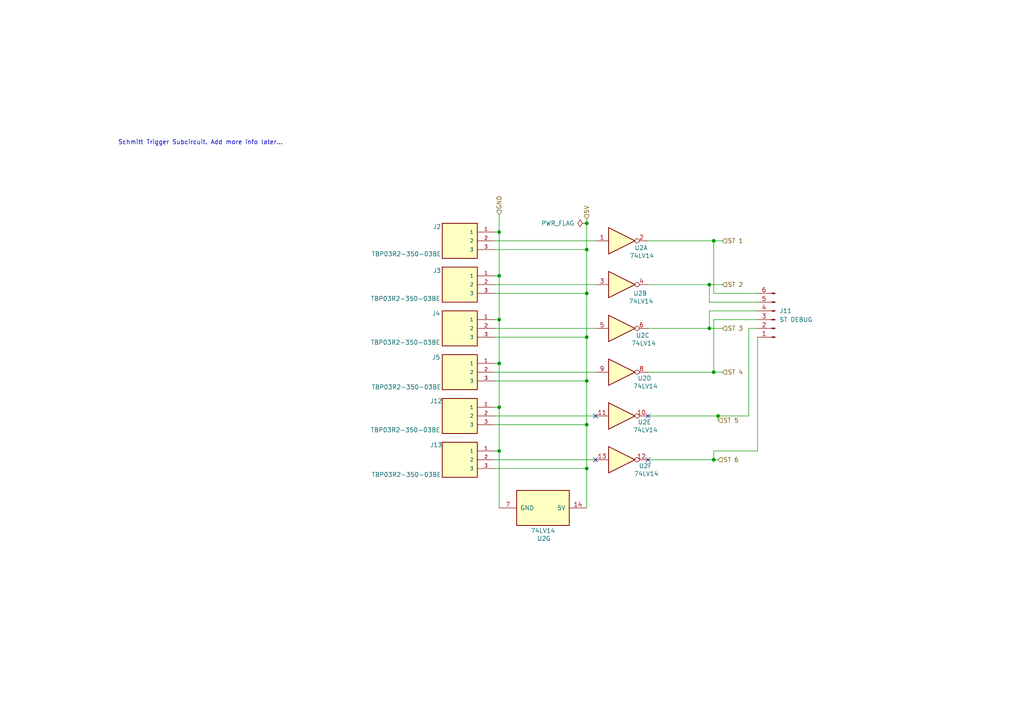
<source format=kicad_sch>
(kicad_sch (version 20231120) (generator "eeschema") (generator_version "8.0")
  (paper "A4")
  (lib_symbols
    (symbol "74LV14_1" (pin_names (offset 1.016))
      (property "Reference" "U2" (at 8.89 0.254 90))
      (property "Value" "74LV14" (at 6.604 0 90))
      (symbol "74LV14_1_1_0"
        (polyline (pts (xy -3.81 3.81) (xy -3.81 -3.81) (xy 3.81 0) (xy -3.81 3.81)) (stroke (width 0.254)) (fill (type background)))
        (pin input line (at -7.62 0 0) (length 3.81) (name "~") (number "1"))
        (pin output inverted (at 7.62 0 180) (length 3.81) (name "~") (number "2"))
      )
      (symbol "74LV14_1_2_0"
        (polyline (pts (xy -3.81 3.81) (xy -3.81 -3.81) (xy 3.81 0) (xy -3.81 3.81)) (stroke (width 0.254)) (fill (type background)))
        (pin input line (at -7.62 0 0) (length 3.81) (name "~") (number "3"))
        (pin output inverted (at 7.62 0 180) (length 3.81) (name "~") (number "4"))
      )
      (symbol "74LV14_1_3_0"
        (polyline (pts (xy -3.81 3.81) (xy -3.81 -3.81) (xy 3.81 0) (xy -3.81 3.81)) (stroke (width 0.254)) (fill (type background)))
        (pin input line (at -7.62 0 0) (length 3.81) (name "~") (number "5"))
        (pin output inverted (at 7.62 0 180) (length 3.81) (name "~") (number "6"))
      )
      (symbol "74LV14_1_4_0"
        (polyline (pts (xy -3.81 3.81) (xy -3.81 -3.81) (xy 3.81 0) (xy -3.81 3.81)) (stroke (width 0.254)) (fill (type background)))
        (pin output inverted (at 7.62 0 180) (length 3.81) (name "~") (number "8"))
        (pin input line (at -7.62 0 0) (length 3.81) (name "~") (number "9"))
      )
      (symbol "74LV14_1_5_0"
        (polyline (pts (xy -3.81 3.81) (xy -3.81 -3.81) (xy 3.81 0) (xy -3.81 3.81)) (stroke (width 0.254)) (fill (type background)))
        (pin output inverted (at 7.62 0 180) (length 3.81) (name "~") (number "10"))
        (pin input line (at -7.62 0 0) (length 3.81) (name "~") (number "11"))
      )
      (symbol "74LV14_1_6_0"
        (polyline (pts (xy -3.81 3.81) (xy -3.81 -3.81) (xy 3.81 0) (xy -3.81 3.81)) (stroke (width 0.254)) (fill (type background)))
        (pin output inverted (at 7.62 0 180) (length 3.81) (name "~") (number "12"))
        (pin input line (at -7.62 0 0) (length 3.81) (name "~") (number "13"))
      )
      (symbol "74LV14_1_7_0"
        (pin power_in line (at 0 12.7 270) (length 5.08) (name "5V") (number "14"))
        (pin power_in line (at 0 -12.7 90) (length 5.08) (name "GND") (number "7"))
      )
      (symbol "74LV14_1_7_1"
        (rectangle (start -5.08 7.62) (end 5.08 -7.62) (stroke (width 0.254)) (fill (type background)))
      )
    )
    (symbol "74LV14_2" (pin_names (offset 1.016))
      (property "Reference" "U2" (at 8.89 0.254 90))
      (property "Value" "74LV14" (at 6.604 0 90))
      (symbol "74LV14_2_1_0"
        (polyline (pts (xy -3.81 3.81) (xy -3.81 -3.81) (xy 3.81 0) (xy -3.81 3.81)) (stroke (width 0.254)) (fill (type background)))
        (pin input line (at -7.62 0 0) (length 3.81) (name "~") (number "1"))
        (pin output inverted (at 7.62 0 180) (length 3.81) (name "~") (number "2"))
      )
      (symbol "74LV14_2_2_0"
        (polyline (pts (xy -3.81 3.81) (xy -3.81 -3.81) (xy 3.81 0) (xy -3.81 3.81)) (stroke (width 0.254)) (fill (type background)))
        (pin input line (at -7.62 0 0) (length 3.81) (name "~") (number "3"))
        (pin output inverted (at 7.62 0 180) (length 3.81) (name "~") (number "4"))
      )
      (symbol "74LV14_2_3_0"
        (polyline (pts (xy -3.81 3.81) (xy -3.81 -3.81) (xy 3.81 0) (xy -3.81 3.81)) (stroke (width 0.254)) (fill (type background)))
        (pin input line (at -7.62 0 0) (length 3.81) (name "~") (number "5"))
        (pin output inverted (at 7.62 0 180) (length 3.81) (name "~") (number "6"))
      )
      (symbol "74LV14_2_4_0"
        (polyline (pts (xy -3.81 3.81) (xy -3.81 -3.81) (xy 3.81 0) (xy -3.81 3.81)) (stroke (width 0.254)) (fill (type background)))
        (pin output inverted (at 7.62 0 180) (length 3.81) (name "~") (number "8"))
        (pin input line (at -7.62 0 0) (length 3.81) (name "~") (number "9"))
      )
      (symbol "74LV14_2_5_0"
        (polyline (pts (xy -3.81 3.81) (xy -3.81 -3.81) (xy 3.81 0) (xy -3.81 3.81)) (stroke (width 0.254)) (fill (type background)))
        (pin output inverted (at 7.62 0 180) (length 3.81) (name "~") (number "10"))
        (pin input line (at -7.62 0 0) (length 3.81) (name "~") (number "11"))
      )
      (symbol "74LV14_2_6_0"
        (polyline (pts (xy -3.81 3.81) (xy -3.81 -3.81) (xy 3.81 0) (xy -3.81 3.81)) (stroke (width 0.254)) (fill (type background)))
        (pin output inverted (at 7.62 0 180) (length 3.81) (name "~") (number "12"))
        (pin input line (at -7.62 0 0) (length 3.81) (name "~") (number "13"))
      )
      (symbol "74LV14_2_7_0"
        (pin power_in line (at 0 12.7 270) (length 5.08) (name "5V") (number "14"))
        (pin power_in line (at 0 -12.7 90) (length 5.08) (name "GND") (number "7"))
      )
      (symbol "74LV14_2_7_1"
        (rectangle (start -5.08 7.62) (end 5.08 -7.62) (stroke (width 0.254)) (fill (type background)))
      )
    )
    (symbol "74LV14_3" (pin_names (offset 1.016))
      (property "Reference" "U2" (at 8.89 0.254 90))
      (property "Value" "74LV14" (at 6.604 0 90))
      (symbol "74LV14_3_1_0"
        (polyline (pts (xy -3.81 3.81) (xy -3.81 -3.81) (xy 3.81 0) (xy -3.81 3.81)) (stroke (width 0.254)) (fill (type background)))
        (pin input line (at -7.62 0 0) (length 3.81) (name "~") (number "1"))
        (pin output inverted (at 7.62 0 180) (length 3.81) (name "~") (number "2"))
      )
      (symbol "74LV14_3_2_0"
        (polyline (pts (xy -3.81 3.81) (xy -3.81 -3.81) (xy 3.81 0) (xy -3.81 3.81)) (stroke (width 0.254)) (fill (type background)))
        (pin input line (at -7.62 0 0) (length 3.81) (name "~") (number "3"))
        (pin output inverted (at 7.62 0 180) (length 3.81) (name "~") (number "4"))
      )
      (symbol "74LV14_3_3_0"
        (polyline (pts (xy -3.81 3.81) (xy -3.81 -3.81) (xy 3.81 0) (xy -3.81 3.81)) (stroke (width 0.254)) (fill (type background)))
        (pin input line (at -7.62 0 0) (length 3.81) (name "~") (number "5"))
        (pin output inverted (at 7.62 0 180) (length 3.81) (name "~") (number "6"))
      )
      (symbol "74LV14_3_4_0"
        (polyline (pts (xy -3.81 3.81) (xy -3.81 -3.81) (xy 3.81 0) (xy -3.81 3.81)) (stroke (width 0.254)) (fill (type background)))
        (pin output inverted (at 7.62 0 180) (length 3.81) (name "~") (number "8"))
        (pin input line (at -7.62 0 0) (length 3.81) (name "~") (number "9"))
      )
      (symbol "74LV14_3_5_0"
        (polyline (pts (xy -3.81 3.81) (xy -3.81 -3.81) (xy 3.81 0) (xy -3.81 3.81)) (stroke (width 0.254)) (fill (type background)))
        (pin output inverted (at 7.62 0 180) (length 3.81) (name "~") (number "10"))
        (pin input line (at -7.62 0 0) (length 3.81) (name "~") (number "11"))
      )
      (symbol "74LV14_3_6_0"
        (polyline (pts (xy -3.81 3.81) (xy -3.81 -3.81) (xy 3.81 0) (xy -3.81 3.81)) (stroke (width 0.254)) (fill (type background)))
        (pin output inverted (at 7.62 0 180) (length 3.81) (name "~") (number "12"))
        (pin input line (at -7.62 0 0) (length 3.81) (name "~") (number "13"))
      )
      (symbol "74LV14_3_7_0"
        (pin power_in line (at 0 12.7 270) (length 5.08) (name "5V") (number "14"))
        (pin power_in line (at 0 -12.7 90) (length 5.08) (name "GND") (number "7"))
      )
      (symbol "74LV14_3_7_1"
        (rectangle (start -5.08 7.62) (end 5.08 -7.62) (stroke (width 0.254)) (fill (type background)))
      )
    )
    (symbol "74LV14_4" (pin_names (offset 1.016))
      (property "Reference" "U2" (at 8.89 0.254 90))
      (property "Value" "74LV14" (at 6.604 0 90))
      (symbol "74LV14_4_1_0"
        (polyline (pts (xy -3.81 3.81) (xy -3.81 -3.81) (xy 3.81 0) (xy -3.81 3.81)) (stroke (width 0.254)) (fill (type background)))
        (pin input line (at -7.62 0 0) (length 3.81) (name "~") (number "1"))
        (pin output inverted (at 7.62 0 180) (length 3.81) (name "~") (number "2"))
      )
      (symbol "74LV14_4_2_0"
        (polyline (pts (xy -3.81 3.81) (xy -3.81 -3.81) (xy 3.81 0) (xy -3.81 3.81)) (stroke (width 0.254)) (fill (type background)))
        (pin input line (at -7.62 0 0) (length 3.81) (name "~") (number "3"))
        (pin output inverted (at 7.62 0 180) (length 3.81) (name "~") (number "4"))
      )
      (symbol "74LV14_4_3_0"
        (polyline (pts (xy -3.81 3.81) (xy -3.81 -3.81) (xy 3.81 0) (xy -3.81 3.81)) (stroke (width 0.254)) (fill (type background)))
        (pin input line (at -7.62 0 0) (length 3.81) (name "~") (number "5"))
        (pin output inverted (at 7.62 0 180) (length 3.81) (name "~") (number "6"))
      )
      (symbol "74LV14_4_4_0"
        (polyline (pts (xy -3.81 3.81) (xy -3.81 -3.81) (xy 3.81 0) (xy -3.81 3.81)) (stroke (width 0.254)) (fill (type background)))
        (pin output inverted (at 7.62 0 180) (length 3.81) (name "~") (number "8"))
        (pin input line (at -7.62 0 0) (length 3.81) (name "~") (number "9"))
      )
      (symbol "74LV14_4_5_0"
        (polyline (pts (xy -3.81 3.81) (xy -3.81 -3.81) (xy 3.81 0) (xy -3.81 3.81)) (stroke (width 0.254)) (fill (type background)))
        (pin output inverted (at 7.62 0 180) (length 3.81) (name "~") (number "10"))
        (pin input line (at -7.62 0 0) (length 3.81) (name "~") (number "11"))
      )
      (symbol "74LV14_4_6_0"
        (polyline (pts (xy -3.81 3.81) (xy -3.81 -3.81) (xy 3.81 0) (xy -3.81 3.81)) (stroke (width 0.254)) (fill (type background)))
        (pin output inverted (at 7.62 0 180) (length 3.81) (name "~") (number "12"))
        (pin input line (at -7.62 0 0) (length 3.81) (name "~") (number "13"))
      )
      (symbol "74LV14_4_7_0"
        (pin power_in line (at 0 12.7 270) (length 5.08) (name "5V") (number "14"))
        (pin power_in line (at 0 -12.7 90) (length 5.08) (name "GND") (number "7"))
      )
      (symbol "74LV14_4_7_1"
        (rectangle (start -5.08 7.62) (end 5.08 -7.62) (stroke (width 0.254)) (fill (type background)))
      )
    )
    (symbol "74LV14_5" (pin_names (offset 1.016))
      (property "Reference" "U2" (at 8.89 0.254 90))
      (property "Value" "74LV14" (at 6.604 0 90))
      (symbol "74LV14_5_1_0"
        (polyline (pts (xy -3.81 3.81) (xy -3.81 -3.81) (xy 3.81 0) (xy -3.81 3.81)) (stroke (width 0.254)) (fill (type background)))
        (pin input line (at -7.62 0 0) (length 3.81) (name "~") (number "1"))
        (pin output inverted (at 7.62 0 180) (length 3.81) (name "~") (number "2"))
      )
      (symbol "74LV14_5_2_0"
        (polyline (pts (xy -3.81 3.81) (xy -3.81 -3.81) (xy 3.81 0) (xy -3.81 3.81)) (stroke (width 0.254)) (fill (type background)))
        (pin input line (at -7.62 0 0) (length 3.81) (name "~") (number "3"))
        (pin output inverted (at 7.62 0 180) (length 3.81) (name "~") (number "4"))
      )
      (symbol "74LV14_5_3_0"
        (polyline (pts (xy -3.81 3.81) (xy -3.81 -3.81) (xy 3.81 0) (xy -3.81 3.81)) (stroke (width 0.254)) (fill (type background)))
        (pin input line (at -7.62 0 0) (length 3.81) (name "~") (number "5"))
        (pin output inverted (at 7.62 0 180) (length 3.81) (name "~") (number "6"))
      )
      (symbol "74LV14_5_4_0"
        (polyline (pts (xy -3.81 3.81) (xy -3.81 -3.81) (xy 3.81 0) (xy -3.81 3.81)) (stroke (width 0.254)) (fill (type background)))
        (pin output inverted (at 7.62 0 180) (length 3.81) (name "~") (number "8"))
        (pin input line (at -7.62 0 0) (length 3.81) (name "~") (number "9"))
      )
      (symbol "74LV14_5_5_0"
        (polyline (pts (xy -3.81 3.81) (xy -3.81 -3.81) (xy 3.81 0) (xy -3.81 3.81)) (stroke (width 0.254)) (fill (type background)))
        (pin output inverted (at 7.62 0 180) (length 3.81) (name "~") (number "10"))
        (pin input line (at -7.62 0 0) (length 3.81) (name "~") (number "11"))
      )
      (symbol "74LV14_5_6_0"
        (polyline (pts (xy -3.81 3.81) (xy -3.81 -3.81) (xy 3.81 0) (xy -3.81 3.81)) (stroke (width 0.254)) (fill (type background)))
        (pin output inverted (at 7.62 0 180) (length 3.81) (name "~") (number "12"))
        (pin input line (at -7.62 0 0) (length 3.81) (name "~") (number "13"))
      )
      (symbol "74LV14_5_7_0"
        (pin power_in line (at 0 12.7 270) (length 5.08) (name "5V") (number "14"))
        (pin power_in line (at 0 -12.7 90) (length 5.08) (name "GND") (number "7"))
      )
      (symbol "74LV14_5_7_1"
        (rectangle (start -5.08 7.62) (end 5.08 -7.62) (stroke (width 0.254)) (fill (type background)))
      )
    )
    (symbol "74LV14_6" (pin_names (offset 1.016))
      (property "Reference" "U2" (at 8.89 0.254 90))
      (property "Value" "74LV14" (at 6.604 0 90))
      (symbol "74LV14_6_1_0"
        (polyline (pts (xy -3.81 3.81) (xy -3.81 -3.81) (xy 3.81 0) (xy -3.81 3.81)) (stroke (width 0.254)) (fill (type background)))
        (pin input line (at -7.62 0 0) (length 3.81) (name "~") (number "1"))
        (pin output inverted (at 7.62 0 180) (length 3.81) (name "~") (number "2"))
      )
      (symbol "74LV14_6_2_0"
        (polyline (pts (xy -3.81 3.81) (xy -3.81 -3.81) (xy 3.81 0) (xy -3.81 3.81)) (stroke (width 0.254)) (fill (type background)))
        (pin input line (at -7.62 0 0) (length 3.81) (name "~") (number "3"))
        (pin output inverted (at 7.62 0 180) (length 3.81) (name "~") (number "4"))
      )
      (symbol "74LV14_6_3_0"
        (polyline (pts (xy -3.81 3.81) (xy -3.81 -3.81) (xy 3.81 0) (xy -3.81 3.81)) (stroke (width 0.254)) (fill (type background)))
        (pin input line (at -7.62 0 0) (length 3.81) (name "~") (number "5"))
        (pin output inverted (at 7.62 0 180) (length 3.81) (name "~") (number "6"))
      )
      (symbol "74LV14_6_4_0"
        (polyline (pts (xy -3.81 3.81) (xy -3.81 -3.81) (xy 3.81 0) (xy -3.81 3.81)) (stroke (width 0.254)) (fill (type background)))
        (pin output inverted (at 7.62 0 180) (length 3.81) (name "~") (number "8"))
        (pin input line (at -7.62 0 0) (length 3.81) (name "~") (number "9"))
      )
      (symbol "74LV14_6_5_0"
        (polyline (pts (xy -3.81 3.81) (xy -3.81 -3.81) (xy 3.81 0) (xy -3.81 3.81)) (stroke (width 0.254)) (fill (type background)))
        (pin output inverted (at 7.62 0 180) (length 3.81) (name "~") (number "10"))
        (pin input line (at -7.62 0 0) (length 3.81) (name "~") (number "11"))
      )
      (symbol "74LV14_6_6_0"
        (polyline (pts (xy -3.81 3.81) (xy -3.81 -3.81) (xy 3.81 0) (xy -3.81 3.81)) (stroke (width 0.254)) (fill (type background)))
        (pin output inverted (at 7.62 0 180) (length 3.81) (name "~") (number "12"))
        (pin input line (at -7.62 0 0) (length 3.81) (name "~") (number "13"))
      )
      (symbol "74LV14_6_7_0"
        (pin power_in line (at 0 12.7 270) (length 5.08) (name "5V") (number "14"))
        (pin power_in line (at 0 -12.7 90) (length 5.08) (name "GND") (number "7"))
      )
      (symbol "74LV14_6_7_1"
        (rectangle (start -5.08 7.62) (end 5.08 -7.62) (stroke (width 0.254)) (fill (type background)))
      )
    )
    (symbol "74xx:74LV14" (pin_names (offset 1.016))
      (property "Reference" "U2" (at 8.89 0.254 90))
      (property "Value" "74LV14" (at 6.604 0 90))
      (symbol "74LV14_1_0"
        (polyline (pts (xy -3.81 3.81) (xy -3.81 -3.81) (xy 3.81 0) (xy -3.81 3.81)) (stroke (width 0.254)) (fill (type background)))
        (pin input line (at -7.62 0 0) (length 3.81) (name "~") (number "1"))
        (pin output inverted (at 7.62 0 180) (length 3.81) (name "~") (number "2"))
      )
      (symbol "74LV14_2_0"
        (polyline (pts (xy -3.81 3.81) (xy -3.81 -3.81) (xy 3.81 0) (xy -3.81 3.81)) (stroke (width 0.254)) (fill (type background)))
        (pin input line (at -7.62 0 0) (length 3.81) (name "~") (number "3"))
        (pin output inverted (at 7.62 0 180) (length 3.81) (name "~") (number "4"))
      )
      (symbol "74LV14_3_0"
        (polyline (pts (xy -3.81 3.81) (xy -3.81 -3.81) (xy 3.81 0) (xy -3.81 3.81)) (stroke (width 0.254)) (fill (type background)))
        (pin input line (at -7.62 0 0) (length 3.81) (name "~") (number "5"))
        (pin output inverted (at 7.62 0 180) (length 3.81) (name "~") (number "6"))
      )
      (symbol "74LV14_4_0"
        (polyline (pts (xy -3.81 3.81) (xy -3.81 -3.81) (xy 3.81 0) (xy -3.81 3.81)) (stroke (width 0.254)) (fill (type background)))
        (pin output inverted (at 7.62 0 180) (length 3.81) (name "~") (number "8"))
        (pin input line (at -7.62 0 0) (length 3.81) (name "~") (number "9"))
      )
      (symbol "74LV14_5_0"
        (polyline (pts (xy -3.81 3.81) (xy -3.81 -3.81) (xy 3.81 0) (xy -3.81 3.81)) (stroke (width 0.254)) (fill (type background)))
        (pin output inverted (at 7.62 0 180) (length 3.81) (name "~") (number "10"))
        (pin input line (at -7.62 0 0) (length 3.81) (name "~") (number "11"))
      )
      (symbol "74LV14_6_0"
        (polyline (pts (xy -3.81 3.81) (xy -3.81 -3.81) (xy 3.81 0) (xy -3.81 3.81)) (stroke (width 0.254)) (fill (type background)))
        (pin output inverted (at 7.62 0 180) (length 3.81) (name "~") (number "12"))
        (pin input line (at -7.62 0 0) (length 3.81) (name "~") (number "13"))
      )
      (symbol "74LV14_7_0"
        (pin power_in line (at 0 12.7 270) (length 5.08) (name "5V") (number "14"))
        (pin power_in line (at 0 -12.7 90) (length 5.08) (name "GND") (number "7"))
      )
      (symbol "74LV14_7_1"
        (rectangle (start -5.08 7.62) (end 5.08 -7.62) (stroke (width 0.254)) (fill (type background)))
      )
    )
    (symbol "Connector:Conn_01x06_Pin" (pin_names (offset 1.016) hide)
      (property "Reference" "J" (at 0 7.62 0))
      (property "Value" "Conn_01x06_Pin" (at 0 -10.16 0))
      (symbol "Conn_01x06_Pin_1_1"
        (polyline (pts (xy 1.27 -7.62) (xy 0.8636 -7.62)) (stroke (width 0.1524)))
        (polyline (pts (xy 1.27 -5.08) (xy 0.8636 -5.08)) (stroke (width 0.1524)))
        (polyline (pts (xy 1.27 -2.54) (xy 0.8636 -2.54)) (stroke (width 0.1524)))
        (polyline (pts (xy 1.27 0) (xy 0.8636 0)) (stroke (width 0.1524)))
        (polyline (pts (xy 1.27 2.54) (xy 0.8636 2.54)) (stroke (width 0.1524)))
        (polyline (pts (xy 1.27 5.08) (xy 0.8636 5.08)) (stroke (width 0.1524)))
        (rectangle (start 0.8636 -7.493) (end 0 -7.747) (stroke (width 0.1524)) (fill (type outline)))
        (rectangle (start 0.8636 -4.953) (end 0 -5.207) (stroke (width 0.1524)) (fill (type outline)))
        (rectangle (start 0.8636 -2.413) (end 0 -2.667) (stroke (width 0.1524)) (fill (type outline)))
        (rectangle (start 0.8636 0.127) (end 0 -0.127) (stroke (width 0.1524)) (fill (type outline)))
        (rectangle (start 0.8636 2.667) (end 0 2.413) (stroke (width 0.1524)) (fill (type outline)))
        (rectangle (start 0.8636 5.207) (end 0 4.953) (stroke (width 0.1524)) (fill (type outline)))
        (pin passive line (at 5.08 5.08 180) (length 3.81) (name "Pin_1") (number "1"))
        (pin passive line (at 5.08 2.54 180) (length 3.81) (name "Pin_2") (number "2"))
        (pin passive line (at 5.08 0 180) (length 3.81) (name "Pin_3") (number "3"))
        (pin passive line (at 5.08 -2.54 180) (length 3.81) (name "Pin_4") (number "4"))
        (pin passive line (at 5.08 -5.08 180) (length 3.81) (name "Pin_5") (number "5"))
        (pin passive line (at 5.08 -7.62 180) (length 3.81) (name "Pin_6") (number "6"))
      )
    )
    (symbol "TBP03R2-350-03BE:TBP03R2-350-03BE" (pin_names (offset 1.016))
      (property "Reference" "J" (at -5.08 7.62 0))
      (property "Value" "TBP03R2-350-03BE" (at -5.08 -7.62 0))
      (symbol "TBP03R2-350-03BE_0_0"
        (rectangle (start -5.08 -5.08) (end 5.08 5.08) (stroke (width 0.254)) (fill (type background)))
        (pin passive line (at -10.16 2.54 0) (length 5.08) (name "1") (number "1"))
        (pin passive line (at -10.16 0 0) (length 5.08) (name "2") (number "2"))
        (pin passive line (at -10.16 -2.54 0) (length 5.08) (name "3") (number "3"))
      )
    )
    (symbol "power:PWR_FLAG" (power) (pin_numbers hide) (pin_names (offset 0) hide)
      (property "Value" "PWR_FLAG" (at 0 3.81 0))
      (symbol "PWR_FLAG_0_0"
        (pin power_out line (at 0 0 90) (length 0) (name "~") (number "1"))
      )
      (symbol "PWR_FLAG_0_1"
        (polyline (pts (xy 0 0) (xy 0 1.27) (xy -1.016 1.905) (xy 0 2.54) (xy 1.016 1.905) (xy 0 1.27)))
      )
    )
  )
  (junction (at 170.18 97.79))
  (junction (at 205.74 95.25))
  (junction (at 170.18 123.19))
  (junction (at 170.18 110.49))
  (junction (at 207.01 133.35))
  (junction (at 144.78 130.81))
  (junction (at 144.78 67.31))
  (junction (at 144.78 105.41))
  (junction (at 205.74 82.55))
  (junction (at 170.18 64.77))
  (junction (at 170.18 85.09))
  (junction (at 208.28 120.65))
  (junction (at 207.01 107.95))
  (junction (at 144.78 80.01))
  (junction (at 170.18 72.39))
  (junction (at 144.78 92.71))
  (junction (at 207.01 69.85))
  (junction (at 144.78 118.11))
  (junction (at 170.18 135.89))
  (no_connect (at 187.96 120.65))
  (no_connect (at 172.72 133.35))
  (no_connect (at 187.96 133.35))
  (no_connect (at 172.72 120.65))
  (wire (pts (xy 170.18 63.5) (xy 170.18 64.77)))
  (wire (pts (xy 144.78 92.71) (xy 144.78 80.01)))
  (wire (pts (xy 143.51 120.65) (xy 172.72 120.65)))
  (wire (pts (xy 143.51 130.81) (xy 144.78 130.81)))
  (wire (pts (xy 144.78 105.41) (xy 144.78 92.71)))
  (wire (pts (xy 207.01 85.09) (xy 219.71 85.09)))
  (wire (pts (xy 143.51 80.01) (xy 144.78 80.01)))
  (wire (pts (xy 144.78 80.01) (xy 144.78 67.31)))
  (wire (pts (xy 205.74 82.55) (xy 209.55 82.55)))
  (wire (pts (xy 207.01 133.35) (xy 208.28 133.35)))
  (wire (pts (xy 143.51 82.55) (xy 172.72 82.55)))
  (wire (pts (xy 170.18 135.89) (xy 170.18 147.32)))
  (wire (pts (xy 217.17 120.65) (xy 217.17 95.25)))
  (wire (pts (xy 143.51 110.49) (xy 170.18 110.49)))
  (wire (pts (xy 208.28 120.65) (xy 217.17 120.65)))
  (wire (pts (xy 143.51 133.35) (xy 172.72 133.35)))
  (wire (pts (xy 205.74 87.63) (xy 219.71 87.63)))
  (wire (pts (xy 170.18 110.49) (xy 170.18 123.19)))
  (wire (pts (xy 208.28 120.65) (xy 208.28 121.92)))
  (wire (pts (xy 207.01 69.85) (xy 207.01 85.09)))
  (wire (pts (xy 170.18 85.09) (xy 170.18 97.79)))
  (wire (pts (xy 143.51 118.11) (xy 144.78 118.11)))
  (wire (pts (xy 187.96 120.65) (xy 208.28 120.65)))
  (wire (pts (xy 187.96 107.95) (xy 207.01 107.95)))
  (wire (pts (xy 207.01 107.95) (xy 207.01 92.71)))
  (wire (pts (xy 143.51 135.89) (xy 170.18 135.89)))
  (wire (pts (xy 170.18 97.79) (xy 170.18 110.49)))
  (wire (pts (xy 143.51 85.09) (xy 170.18 85.09)))
  (wire (pts (xy 143.51 95.25) (xy 172.72 95.25)))
  (wire (pts (xy 170.18 64.77) (xy 170.18 72.39)))
  (wire (pts (xy 205.74 90.17) (xy 219.71 90.17)))
  (wire (pts (xy 187.96 133.35) (xy 207.01 133.35)))
  (wire (pts (xy 219.71 130.81) (xy 219.71 97.79)))
  (wire (pts (xy 143.51 123.19) (xy 170.18 123.19)))
  (wire (pts (xy 187.96 82.55) (xy 205.74 82.55)))
  (wire (pts (xy 207.01 107.95) (xy 209.55 107.95)))
  (wire (pts (xy 217.17 95.25) (xy 219.71 95.25)))
  (wire (pts (xy 205.74 82.55) (xy 205.74 87.63)))
  (wire (pts (xy 187.96 69.85) (xy 207.01 69.85)))
  (wire (pts (xy 207.01 92.71) (xy 219.71 92.71)))
  (wire (pts (xy 205.74 95.25) (xy 209.55 95.25)))
  (wire (pts (xy 143.51 92.71) (xy 144.78 92.71)))
  (wire (pts (xy 207.01 133.35) (xy 207.01 130.81)))
  (wire (pts (xy 143.51 69.85) (xy 172.72 69.85)))
  (wire (pts (xy 207.01 130.81) (xy 219.71 130.81)))
  (wire (pts (xy 144.78 62.23) (xy 144.78 67.31)))
  (wire (pts (xy 143.51 107.95) (xy 172.72 107.95)))
  (wire (pts (xy 205.74 95.25) (xy 205.74 90.17)))
  (wire (pts (xy 144.78 118.11) (xy 144.78 130.81)))
  (wire (pts (xy 144.78 105.41) (xy 144.78 118.11)))
  (wire (pts (xy 207.01 69.85) (xy 209.55 69.85)))
  (wire (pts (xy 144.78 130.81) (xy 144.78 147.32)))
  (wire (pts (xy 143.51 67.31) (xy 144.78 67.31)))
  (wire (pts (xy 143.51 105.41) (xy 144.78 105.41)))
  (wire (pts (xy 187.96 95.25) (xy 205.74 95.25)))
  (wire (pts (xy 170.18 72.39) (xy 170.18 85.09)))
  (wire (pts (xy 143.51 97.79) (xy 170.18 97.79)))
  (wire (pts (xy 143.51 72.39) (xy 170.18 72.39)))
  (wire (pts (xy 170.18 123.19) (xy 170.18 135.89)))
  (text "Schmitt Trigger Subcircuit. Add more info later...\n" (at 58.166 41.402 0) (effects (font (size 1.27 1.27))))
  (hierarchical_label "5V" (shape input) (at 170.18 63.5 90))
  (hierarchical_label "ST 1" (shape input) (at 209.55 69.85 0))
  (hierarchical_label "ST 5" (shape input) (at 208.28 121.92 0))
  (hierarchical_label "ST 2" (shape input) (at 209.55 82.55 0))
  (hierarchical_label "GND" (shape input) (at 144.78 62.23 90))
  (hierarchical_label "ST 6" (shape input) (at 208.28 133.35 0))
  (hierarchical_label "ST 4" (shape input) (at 209.55 107.95 0))
  (hierarchical_label "ST 3" (shape input) (at 209.55 95.25 0))
  (symbol (lib_name "74LV14_5") (lib_id "74xx:74LV14") (at 180.34 69.85 0) (unit 1)
    (property "Reference" "U2" (at 185.928 71.882 0))
    (property "Value" "74LV14" (at 186.182 74.168 0))
    (property "Footprint" "Package_DIP:DIP-14_W7.62mm_Socket" (effects (hide yes)))
    (property "Datasheet" "http://www.ti.com/lit/gpn/sn74LV14" (effects (hide yes)))
    (property "Description" "Hex Inverter" (effects (hide yes)))
  )
  (symbol (lib_id "TBP03R2-350-03BE:TBP03R2-350-03BE") (at 133.35 95.25 0) (mirror y) (unit 1)
    (property "Reference" "J4" (at 126.492 90.932 0))
    (property "Value" "TBP03R2-350-03BE" (at 117.602 99.314 0))
    (property "Footprint" "TBP03R2_350_03BE(1):CUI_TBP03R2-350-03BE" (effects (hide yes)))
    (property "PARTREV" "1.0" (effects (hide yes)))
    (property "STANDARD" "Manufacturer Recommendations" (effects (hide yes)))
    (property "MAXIMUM_PACKAGE_HEIGHT" "9.50mm" (effects (hide yes)))
    (property "MANUFACTURER" "CUI Devices" (effects (hide yes)))
  )
  (symbol (lib_id "74xx:74LV14") (at 180.34 95.25 0) (unit 3)
    (property "Reference" "U2" (at 186.436 97.282 0))
    (property "Value" "74LV14" (at 186.69 99.568 0))
    (property "Footprint" "Package_DIP:DIP-14_W7.62mm_Socket" (effects (hide yes)))
    (property "Datasheet" "http://www.ti.com/lit/gpn/sn74LV14" (effects (hide yes)))
    (property "Description" "Hex Inverter" (effects (hide yes)))
  )
  (symbol (lib_name "74LV14_2") (lib_id "74xx:74LV14") (at 180.34 107.95 0) (unit 4)
    (property "Reference" "U2" (at 186.944 109.728 0))
    (property "Value" "74LV14" (at 187.198 112.014 0))
    (property "Footprint" "Package_DIP:DIP-14_W7.62mm_Socket" (effects (hide yes)))
    (property "Datasheet" "http://www.ti.com/lit/gpn/sn74LV14" (effects (hide yes)))
    (property "Description" "Hex Inverter" (effects (hide yes)))
  )
  (symbol (lib_id "TBP03R2-350-03BE:TBP03R2-350-03BE") (at 133.35 82.55 0) (mirror y) (unit 1)
    (property "Reference" "J3" (at 126.746 78.486 0))
    (property "Value" "TBP03R2-350-03BE" (at 117.602 86.614 0))
    (property "Footprint" "TBP03R2_350_03BE(1):CUI_TBP03R2-350-03BE" (effects (hide yes)))
    (property "PARTREV" "1.0" (effects (hide yes)))
    (property "STANDARD" "Manufacturer Recommendations" (effects (hide yes)))
    (property "MAXIMUM_PACKAGE_HEIGHT" "9.50mm" (effects (hide yes)))
    (property "MANUFACTURER" "CUI Devices" (effects (hide yes)))
  )
  (symbol (lib_id "TBP03R2-350-03BE:TBP03R2-350-03BE") (at 133.35 107.95 0) (mirror y) (unit 1)
    (property "Reference" "J5" (at 126.492 103.632 0))
    (property "Value" "TBP03R2-350-03BE" (at 117.856 112.268 0))
    (property "Footprint" "TBP03R2_350_03BE(1):CUI_TBP03R2-350-03BE" (effects (hide yes)))
    (property "PARTREV" "1.0" (effects (hide yes)))
    (property "STANDARD" "Manufacturer Recommendations" (effects (hide yes)))
    (property "MAXIMUM_PACKAGE_HEIGHT" "9.50mm" (effects (hide yes)))
    (property "MANUFACTURER" "CUI Devices" (effects (hide yes)))
  )
  (symbol (lib_name "74LV14_3") (lib_id "74xx:74LV14") (at 180.34 120.65 0) (unit 5)
    (property "Reference" "U2" (at 186.944 122.428 0))
    (property "Value" "74LV14" (at 187.198 124.714 0))
    (property "Footprint" "Package_DIP:DIP-14_W7.62mm_Socket" (effects (hide yes)))
    (property "Datasheet" "http://www.ti.com/lit/gpn/sn74LV14" (effects (hide yes)))
    (property "Description" "Hex Inverter" (effects (hide yes)))
  )
  (symbol (lib_id "power:PWR_FLAG") (at 170.18 64.77 90) (unit 1)
    (property "Reference" "#FLG02" (effects (hide yes)))
    (property "Value" "PWR_FLAG" (at 161.798 64.77 90))
    (property "Description" "Special symbol for telling ERC where power comes from" (effects (hide yes)))
  )
  (symbol (lib_id "TBP03R2-350-03BE:TBP03R2-350-03BE") (at 133.35 120.65 0) (mirror y) (unit 1)
    (property "Reference" "J12" (at 126.492 116.332 0))
    (property "Value" "TBP03R2-350-03BE" (at 117.602 124.714 0))
    (property "Footprint" "TBP03R2_350_03BE(1):CUI_TBP03R2-350-03BE" (effects (hide yes)))
    (property "PARTREV" "1.0" (effects (hide yes)))
    (property "STANDARD" "Manufacturer Recommendations" (effects (hide yes)))
    (property "MAXIMUM_PACKAGE_HEIGHT" "9.50mm" (effects (hide yes)))
    (property "MANUFACTURER" "CUI Devices" (effects (hide yes)))
  )
  (symbol (lib_id "Connector:Conn_01x06_Pin") (at 224.79 92.71 180) (unit 1)
    (property "Reference" "J11" (at 226.06 90.1699 0) (effects (justify right)))
    (property "Value" "ST DEBUG" (at 226.06 92.7099 0) (effects (justify right)))
    (property "Footprint" "Connector_JST:JST_EH_B6B-EH-A_1x06_P2.50mm_Vertical" (effects (hide yes)))
    (property "Description" "Generic connector, single row, 01x06, script generated" (effects (hide yes)))
  )
  (symbol (lib_name "74LV14_6") (lib_id "74xx:74LV14") (at 180.34 82.55 0) (unit 2)
    (property "Reference" "U2" (at 185.674 85.09 0))
    (property "Value" "74LV14" (at 185.928 87.376 0))
    (property "Footprint" "Package_DIP:DIP-14_W7.62mm_Socket" (effects (hide yes)))
    (property "Datasheet" "http://www.ti.com/lit/gpn/sn74LV14" (effects (hide yes)))
    (property "Description" "Hex Inverter" (effects (hide yes)))
  )
  (symbol (lib_id "TBP03R2-350-03BE:TBP03R2-350-03BE") (at 133.35 133.35 0) (mirror y) (unit 1)
    (property "Reference" "J13" (at 126.492 129.032 0))
    (property "Value" "TBP03R2-350-03BE" (at 117.856 137.668 0))
    (property "Footprint" "TBP03R2_350_03BE(1):CUI_TBP03R2-350-03BE" (effects (hide yes)))
    (property "PARTREV" "1.0" (effects (hide yes)))
    (property "STANDARD" "Manufacturer Recommendations" (effects (hide yes)))
    (property "MAXIMUM_PACKAGE_HEIGHT" "9.50mm" (effects (hide yes)))
    (property "MANUFACTURER" "CUI Devices" (effects (hide yes)))
  )
  (symbol (lib_id "TBP03R2-350-03BE:TBP03R2-350-03BE") (at 133.35 69.85 0) (mirror y) (unit 1)
    (property "Reference" "J2" (at 126.746 65.786 0))
    (property "Value" "TBP03R2-350-03BE" (at 117.856 73.66 0))
    (property "Footprint" "TBP03R2_350_03BE(1):CUI_TBP03R2-350-03BE" (effects (hide yes)))
    (property "PARTREV" "1.0" (effects (hide yes)))
    (property "STANDARD" "Manufacturer Recommendations" (effects (hide yes)))
    (property "MAXIMUM_PACKAGE_HEIGHT" "9.50mm" (effects (hide yes)))
    (property "MANUFACTURER" "CUI Devices" (effects (hide yes)))
  )
  (symbol (lib_name "74LV14_4") (lib_id "74xx:74LV14") (at 180.34 133.35 0) (unit 6)
    (property "Reference" "U2" (at 187.198 135.128 0))
    (property "Value" "74LV14" (at 187.452 137.414 0))
    (property "Footprint" "Package_DIP:DIP-14_W7.62mm_Socket" (effects (hide yes)))
    (property "Datasheet" "http://www.ti.com/lit/gpn/sn74LV14" (effects (hide yes)))
    (property "Description" "Hex Inverter" (effects (hide yes)))
  )
  (symbol (lib_name "74LV14_1") (lib_id "74xx:74LV14") (at 157.48 147.32 270) (unit 7)
    (property "Reference" "U2" (at 157.734 156.21 90))
    (property "Value" "74LV14" (at 157.48 153.924 90))
    (property "Footprint" "Package_DIP:DIP-14_W7.62mm_Socket" (effects (hide yes)))
    (property "Datasheet" "http://www.ti.com/lit/gpn/sn74LV14" (effects (hide yes)))
    (property "Description" "Hex Inverter" (effects (hide yes)))
  )
)
</source>
